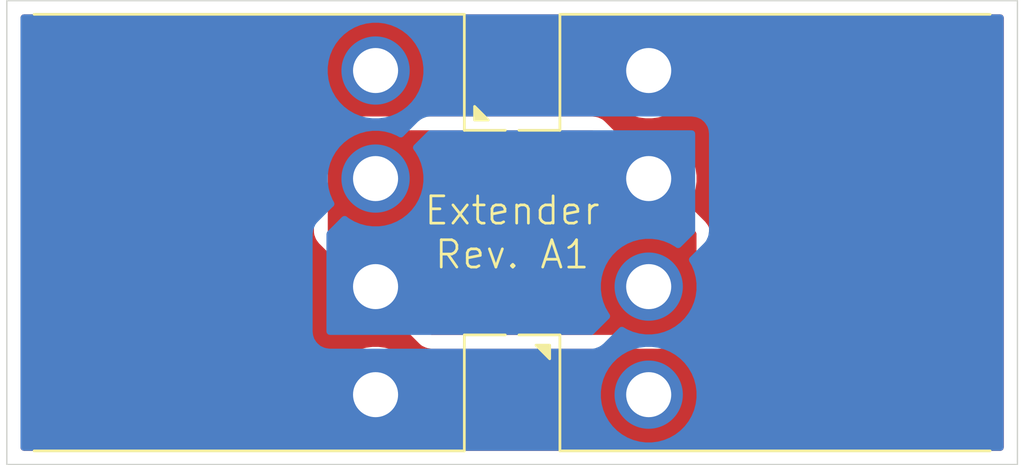
<source format=kicad_pcb>
(kicad_pcb (version 20241229) (generator "pcbnew") (generator_version "9.0")
  (layers (0 "F.Cu" signal) (2 "B.Cu" signal) (13 "F.Paste" user) (15 "B.Paste" user) (5 "F.SilkS" user "F.Silkscreen") (7 "B.SilkS" user "B.Silkscreen") (1 "F.Mask" user) (3 "B.Mask" user) (25 "Edge.Cuts" user))
  (net 0 "")
  (net 1 "/C")
  (net 2 "/D")
  (net 3 "/B")
  (net 4 "/A")
  (footprint "Bluesat:S4P-VH" (layer "F.Cu") (at 18.5 0 -90)
    (property "Reference" "J102" (hide yes))
    (property "Value" "Conn_01x04_Pin")
    (fp_line (start -3.75 18.25) (end -3.75 16.75) (stroke (width 0.1)) (layer "F.SilkS"))
    (fp_line (start -8 16.75) (end -3.75 16.75) (stroke (width 0.1)) (layer "F.SilkS"))
    (fp_line (start -8 16.75) (end -8 1) (stroke (width 0.1)) (layer "F.SilkS"))
    (fp_line (start 3.75 16.75) (end 3.75 18.25) (stroke (width 0.1)) (layer "F.SilkS"))
    (fp_line (start 8 16.75) (end 3.75 16.75) (stroke (width 0.1)) (layer "F.SilkS"))
    (fp_line (start 8 1) (end 8 16.75) (stroke (width 0.1)) (layer "F.SilkS"))
    (fp_poly (pts (xy 4.125 17.125) (xy 4.125 17.625) (xy 4.625 17.125)) (stroke (width 0.1)) (fill yes) (layer "F.SilkS"))
    (pad "1" thru_hole circle (at 5.94 13.5 270) (size 2.5 2.5) (drill 1.65) (layers "*.Cu" "*.Mask") (net 4 "/A"))
    (pad "2" thru_hole circle (at 1.98 13.5 270) (size 2.5 2.5) (drill 1.65) (layers "*.Cu" "*.Mask") (net 3 "/B"))
    (pad "3" thru_hole circle (at -1.98 13.5 270) (size 2.5 2.5) (drill 1.65) (layers "*.Cu" "*.Mask") (net 1 "/C"))
    (pad "4" thru_hole circle (at -5.94 13.5 270) (size 2.5 2.5) (drill 1.65) (layers "*.Cu" "*.Mask") (net 2 "/D"))
  )
  (footprint "Bluesat:S4P-VH" (layer "F.Cu") (at -18.5 0 90)
    (property "Reference" "J101" (hide yes))
    (property "Value" "Conn_01x04_Pin")
    (fp_line (start 8 1) (end 8 16.75) (stroke (width 0.1)) (layer "F.SilkS"))
    (fp_line (start 8 16.75) (end 3.75 16.75) (stroke (width 0.1)) (layer "F.SilkS"))
    (fp_line (start 3.75 16.75) (end 3.75 18.25) (stroke (width 0.1)) (layer "F.SilkS"))
    (fp_line (start -8 16.75) (end -8 1) (stroke (width 0.1)) (layer "F.SilkS"))
    (fp_line (start -8 16.75) (end -3.75 16.75) (stroke (width 0.1)) (layer "F.SilkS"))
    (fp_line (start -3.75 18.25) (end -3.75 16.75) (stroke (width 0.1)) (layer "F.SilkS"))
    (fp_poly (pts (xy 4.125 17.125) (xy 4.125 17.625) (xy 4.625 17.125)) (stroke (width 0.1)) (fill yes) (layer "F.SilkS"))
    (pad "1" thru_hole circle (at 5.94 13.5 90) (size 2.5 2.5) (drill 1.65) (layers "*.Cu" "*.Mask") (net 4 "/A"))
    (pad "2" thru_hole circle (at 1.98 13.5 90) (size 2.5 2.5) (drill 1.65) (layers "*.Cu" "*.Mask") (net 3 "/B"))
    (pad "3" thru_hole circle (at -1.98 13.5 90) (size 2.5 2.5) (drill 1.65) (layers "*.Cu" "*.Mask") (net 1 "/C"))
    (pad "4" thru_hole circle (at -5.94 13.5 90) (size 2.5 2.5) (drill 1.65) (layers "*.Cu" "*.Mask") (net 2 "/D"))
  )
  (gr_rect (start -18.5 -8.5) (end 18.5 8.5) (stroke (width 0.05)) (fill no) (layer "Edge.Cuts"))
  (gr_text "Extender\nRev. A1" (at 0 0 0) (layer "F.SilkS") (effects (font (size 1 1) (thickness 0.1))))
  (zone (net 4) (net_name "/A") (layer "F.Cu") (connect_pads yes (clearance 0.5)) (min_thickness 0.25) (fill yes (thermal_gap 0.5) (thermal_bridge_width 0.5))
    (polygon (pts (xy 18.5 -8.5) (xy -18.5 -8.5) (xy -18.5 8.5) (xy 18.5 8.5)))
  )
  (zone (net 3) (net_name "/B") (layer "F.Cu") (connect_pads yes (clearance 0.5)) (min_thickness 0.25) (fill yes (thermal_gap 0.5) (thermal_bridge_width 0.5))
    (polygon (pts (xy -6.75 -3.75) (xy -6.75 0) (xy -3 3.75) (xy 6.75 3.75) (xy 6.75 0) (xy 3 -3.75)))
  )
  (zone (net 2) (net_name "/D") (layer "B.Cu") (connect_pads yes (clearance 0.5)) (min_thickness 0.25) (fill yes (thermal_gap 0.5) (thermal_bridge_width 0.5))
    (polygon (pts (xy 18.5 -8.5) (xy -18.5 -8.5) (xy -18.5 8.5) (xy 18.5 8.5)))
  )
  (zone (net 1) (net_name "/C") (layer "B.Cu") (connect_pads yes (clearance 0.5)) (min_thickness 0.25) (fill yes (thermal_gap 0.5) (thermal_bridge_width 0.5))
    (polygon (pts (xy -6.798474 3.75) (xy -6.798474 0) (xy -3.048474 -3.75) (xy 6.701526 -3.75) (xy 6.701526 0) (xy 2.951526 3.75)))
  )
)
</source>
